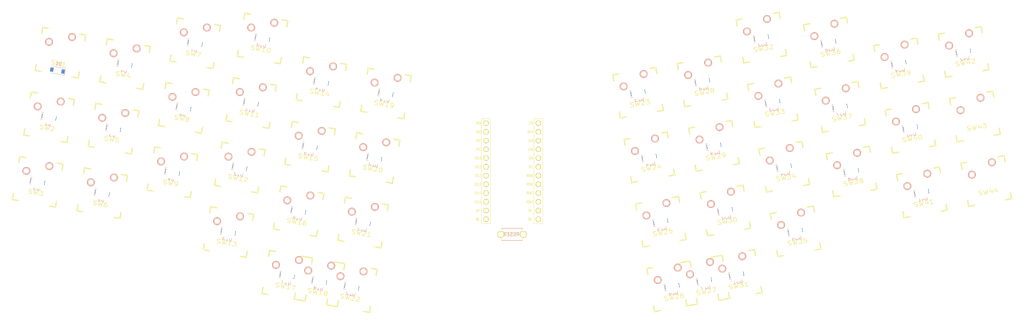
<source format=kicad_pcb>
(kicad_pcb (version 20171130) (host pcbnew "(5.1.0)-1")
  (layers (0 F.Cu signal) (31 B.Cu signal) (34 B.Paste user) (35 F.Paste user) (36 B.SilkS user) (37 F.SilkS user) (38 B.Mask user) (39 F.Mask user) (44 Edge.Cuts user))
  (net 0 "")
  (net 1 "Net-(D1-Pad2)")
  (net 2 row0)
  (net 3 row1)
  (net 4 "Net-(D2-Pad2)")
  (net 5 "Net-(D3-Pad2)")
  (net 6 row2)
  (net 7 "Net-(D4-Pad2)")
  (net 8 "Net-(D5-Pad2)")
  (net 9 "Net-(D6-Pad2)")
  (net 10 "Net-(D7-Pad2)")
  (net 11 "Net-(D8-Pad2)")
  (net 12 "Net-(D9-Pad2)")
  (net 13 "Net-(D10-Pad2)")
  (net 14 "Net-(D11-Pad2)")
  (net 15 "Net-(D12-Pad2)")
  (net 16 row3)
  (net 17 "Net-(D14-Pad2)")
  (net 18 "Net-(D15-Pad2)")
  (net 19 "Net-(D16-Pad2)")
  (net 20 "Net-(D17-Pad2)")
  (net 21 "Net-(D18-Pad2)")
  (net 22 "Net-(D19-Pad2)")
  (net 23 "Net-(D20-Pad2)")
  (net 24 "Net-(D21-Pad2)")
  (net 25 "Net-(D22-Pad2)")
  (net 26 "Net-(D23-Pad2)")
  (net 27 "Net-(D24-Pad2)")
  (net 28 "Net-(D25-Pad2)")
  (net 29 "Net-(D26-Pad2)")
  (net 30 "Net-(D27-Pad2)")
  (net 31 "Net-(D28-Pad2)")
  (net 32 "Net-(D29-Pad2)")
  (net 33 "Net-(D30-Pad2)")
  (net 34 "Net-(D31-Pad2)")
  (net 35 "Net-(D32-Pad2)")
  (net 36 "Net-(D34-Pad2)")
  (net 37 "Net-(D35-Pad2)")
  (net 38 "Net-(D36-Pad2)")
  (net 39 "Net-(D37-Pad2)")
  (net 40 "Net-(D38-Pad2)")
  (net 41 "Net-(D39-Pad2)")
  (net 42 "Net-(D40-Pad2)")
  (net 43 "Net-(D41-Pad2)")
  (net 44 "Net-(D42-Pad2)")
  (net 45 col0)
  (net 46 col1)
  (net 47 col2)
  (net 48 col3)
  (net 49 col4)
  (net 50 col5)
  (net 51 col6)
  (net 52 col7)
  (net 53 col8)
  (net 54 col9)
  (net 55 col10)
  (net 56 col11)
  (net 57 reset)
  (net 58 +5V)
  (net 59 "Net-(U1-Pad1)")
  (net 60 "Net-(U1-Pad2)")
  (net 61 "Net-(U1-Pad5)")
  (net 62 "Net-(U1-Pad6)")
  (net 63 "Net-(U1-Pad7)")
  (net 64 "Net-(U1-Pad8)")
  (net 65 "Net-(U1-Pad9)")
  (net 66 "Net-(U1-Pad10)")
  (net 67 "Net-(U1-Pad11)")
  (net 68 "Net-(U1-Pad12)")
  (net 69 "Net-(U1-Pad13)")
  (net 70 "Net-(U1-Pad14)")
  (net 71 "Net-(U1-Pad15)")
  (net 72 "Net-(U1-Pad16)")
  (net 73 "Net-(U1-Pad17)")
  (net 74 "Net-(U1-Pad18)")
  (net 75 "Net-(U1-Pad19)")
  (net 76 "Net-(U1-Pad20)")
  (net 77 VCC)
  (net 78 "Net-(U1-Pad24)")
  (module Diode_SMD:D_SOD-123 (layer B.Cu) (at 77.39095 63.10339 170)
    (fp_text reference D1 (at 0 2 170) (layer B.SilkS) (effects (justify mirror)))
    (fp_text value D)
    (pad 2 smd rect (at 1.65 0 170) (size 0.9 1.2) (layers B.Cu B.Paste B.Mask) (net 1 "Net-(D1-Pad2)"))
    (pad 1 smd rect (at -1.65 0 170) (size 0.9 1.2) (layers B.Cu B.Paste B.Mask) (net 2 row0))
  )
  (module Diode_SMD:D_SOD-123 (layer B.Cu) (at 74.963374 76.682193 350)
    (fp_text reference D2 (at 0 2 350) (layer B.SilkS) (effects (justify mirror)))
    (fp_text value D)
    (pad 1 smd rect (at -1.65 0 350) (size 0.9 1.2) (layers B.Cu B.Paste B.Mask) (net 3 row1))
    (pad 2 smd rect (at 1.65 0 350) (size 0.9 1.2) (layers B.Cu B.Paste B.Mask) (net 4 "Net-(D2-Pad2)"))
  )
  (module Diode_SMD:D_SOD-123 (layer B.Cu) (at 71.655376 95.442781 350)
    (fp_text reference D3 (at 0 2 350) (layer B.SilkS) (effects (justify mirror)))
    (fp_text value D)
    (pad 2 smd rect (at 1.65 0 350) (size 0.9 1.2) (layers B.Cu B.Paste B.Mask) (net 5 "Net-(D3-Pad2)"))
    (pad 1 smd rect (at -1.65 0 350) (size 0.9 1.2) (layers B.Cu B.Paste B.Mask) (net 6 row2))
  )
  (module Diode_SMD:D_SOD-123 (layer B.Cu) (at 97.03196 61.229603 350)
    (fp_text reference D4 (at 0 2 350) (layer B.SilkS) (effects (justify mirror)))
    (fp_text value D)
    (pad 1 smd rect (at -1.65 0 350) (size 0.9 1.2) (layers B.Cu B.Paste B.Mask) (net 2 row0))
    (pad 2 smd rect (at 1.65 0 350) (size 0.9 1.2) (layers B.Cu B.Paste B.Mask) (net 7 "Net-(D4-Pad2)"))
  )
  (module Diode_SMD:D_SOD-123 (layer B.Cu) (at 93.723962 79.990191 350)
    (fp_text reference D5 (at 0 2 350) (layer B.SilkS) (effects (justify mirror)))
    (fp_text value D)
    (pad 2 smd rect (at 1.65 0 350) (size 0.9 1.2) (layers B.Cu B.Paste B.Mask) (net 8 "Net-(D5-Pad2)"))
    (pad 1 smd rect (at -1.65 0 350) (size 0.9 1.2) (layers B.Cu B.Paste B.Mask) (net 3 row1))
  )
  (module Diode_SMD:D_SOD-123 (layer B.Cu) (at 90.415964 98.750778 350)
    (fp_text reference D6 (at 0 2 350) (layer B.SilkS) (effects (justify mirror)))
    (fp_text value D)
    (pad 1 smd rect (at -1.65 0 350) (size 0.9 1.2) (layers B.Cu B.Paste B.Mask) (net 6 row2))
    (pad 2 smd rect (at 1.65 0 350) (size 0.9 1.2) (layers B.Cu B.Paste B.Mask) (net 9 "Net-(D6-Pad2)"))
  )
  (module Diode_SMD:D_SOD-123 (layer B.Cu) (at 117.446546 55.157307 350)
    (fp_text reference D7 (at 0 2 350) (layer B.SilkS) (effects (justify mirror)))
    (fp_text value D)
    (pad 2 smd rect (at 1.65 0 350) (size 0.9 1.2) (layers B.Cu B.Paste B.Mask) (net 10 "Net-(D7-Pad2)"))
    (pad 1 smd rect (at -1.65 0 350) (size 0.9 1.2) (layers B.Cu B.Paste B.Mask) (net 2 row0))
  )
  (module Diode_SMD:D_SOD-123 (layer B.Cu) (at 114.138548 73.917895 350)
    (fp_text reference D8 (at 0 2 350) (layer B.SilkS) (effects (justify mirror)))
    (fp_text value D)
    (pad 1 smd rect (at -1.65 0 350) (size 0.9 1.2) (layers B.Cu B.Paste B.Mask) (net 3 row1))
    (pad 2 smd rect (at 1.65 0 350) (size 0.9 1.2) (layers B.Cu B.Paste B.Mask) (net 11 "Net-(D8-Pad2)"))
  )
  (module Diode_SMD:D_SOD-123 (layer B.Cu) (at 110.830551 92.678482 350)
    (fp_text reference D9 (at 0 2 350) (layer B.SilkS) (effects (justify mirror)))
    (fp_text value D)
    (pad 2 smd rect (at 1.65 0 350) (size 0.9 1.2) (layers B.Cu B.Paste B.Mask) (net 12 "Net-(D9-Pad2)"))
    (pad 1 smd rect (at -1.65 0 350) (size 0.9 1.2) (layers B.Cu B.Paste B.Mask) (net 6 row2))
  )
  (module Diode_SMD:D_SOD-123 (layer B.Cu) (at 137.034133 53.775158 350)
    (fp_text reference D10 (at 0 2 350) (layer B.SilkS) (effects (justify mirror)))
    (fp_text value D)
    (pad 1 smd rect (at -1.65 0 350) (size 0.9 1.2) (layers B.Cu B.Paste B.Mask) (net 2 row0))
    (pad 2 smd rect (at 1.65 0 350) (size 0.9 1.2) (layers B.Cu B.Paste B.Mask) (net 13 "Net-(D10-Pad2)"))
  )
  (module Diode_SMD:D_SOD-123 (layer B.Cu) (at 133.726135 72.535745 350)
    (fp_text reference D11 (at 0 2 350) (layer B.SilkS) (effects (justify mirror)))
    (fp_text value D)
    (pad 2 smd rect (at 1.65 0 350) (size 0.9 1.2) (layers B.Cu B.Paste B.Mask) (net 14 "Net-(D11-Pad2)"))
    (pad 1 smd rect (at -1.65 0 350) (size 0.9 1.2) (layers B.Cu B.Paste B.Mask) (net 3 row1))
  )
  (module Diode_SMD:D_SOD-123 (layer B.Cu) (at 130.418138 91.296333 350)
    (fp_text reference D12 (at 0 2 350) (layer B.SilkS) (effects (justify mirror)))
    (fp_text value D)
    (pad 1 smd rect (at -1.65 0 350) (size 0.9 1.2) (layers B.Cu B.Paste B.Mask) (net 6 row2))
    (pad 2 smd rect (at 1.65 0 350) (size 0.9 1.2) (layers B.Cu B.Paste B.Mask) (net 15 "Net-(D12-Pad2)"))
  )
  (module Diode_SMD:D_SOD-123 (layer B.Cu) (at 127.11014 110.056921 350)
    (fp_text reference D13 (at 0 2 350) (layer B.SilkS) (effects (justify mirror)))
    (fp_text value D)
    (pad 1 smd rect (at -1.65 0 350) (size 0.9 1.2) (layers B.Cu B.Paste B.Mask) (net 16 row3))
    (pad 2 smd rect (at 1.65 0 350) (size 0.9 1.2) (layers B.Cu B.Paste B.Mask) (net 6 row2))
  )
  (module Diode_SMD:D_SOD-123 (layer B.Cu) (at 154.140722 66.463449 350)
    (fp_text reference D14 (at 0 2 350) (layer B.SilkS) (effects (justify mirror)))
    (fp_text value D)
    (pad 1 smd rect (at -1.65 0 350) (size 0.9 1.2) (layers B.Cu B.Paste B.Mask) (net 2 row0))
    (pad 2 smd rect (at 1.65 0 350) (size 0.9 1.2) (layers B.Cu B.Paste B.Mask) (net 17 "Net-(D14-Pad2)"))
  )
  (module Diode_SMD:D_SOD-123 (layer B.Cu) (at 150.832724 85.224037 350)
    (fp_text reference D15 (at 0 2 350) (layer B.SilkS) (effects (justify mirror)))
    (fp_text value D)
    (pad 1 smd rect (at -1.65 0 350) (size 0.9 1.2) (layers B.Cu B.Paste B.Mask) (net 3 row1))
    (pad 2 smd rect (at 1.65 0 350) (size 0.9 1.2) (layers B.Cu B.Paste B.Mask) (net 18 "Net-(D15-Pad2)"))
  )
  (module Diode_SMD:D_SOD-123 (layer B.Cu) (at 147.524727 103.984625 350)
    (fp_text reference D16 (at 0 2 350) (layer B.SilkS) (effects (justify mirror)))
    (fp_text value D)
    (pad 2 smd rect (at 1.65 0 350) (size 0.9 1.2) (layers B.Cu B.Paste B.Mask) (net 19 "Net-(D16-Pad2)"))
    (pad 1 smd rect (at -1.65 0 350) (size 0.9 1.2) (layers B.Cu B.Paste B.Mask) (net 6 row2))
  )
  (module Diode_SMD:D_SOD-123 (layer B.Cu) (at 144.216729 122.745212 350)
    (fp_text reference D17 (at 0 2 350) (layer B.SilkS) (effects (justify mirror)))
    (fp_text value D)
    (pad 2 smd rect (at 1.65 0 350) (size 0.9 1.2) (layers B.Cu B.Paste B.Mask) (net 20 "Net-(D17-Pad2)"))
    (pad 1 smd rect (at -1.65 0 350) (size 0.9 1.2) (layers B.Cu B.Paste B.Mask) (net 16 row3))
  )
  (module Diode_SMD:D_SOD-123 (layer B.Cu) (at 153.597023 124.399211 350)
    (fp_text reference D18 (at 0 2 350) (layer B.SilkS) (effects (justify mirror)))
    (fp_text value D)
    (pad 1 smd rect (at -1.65 0 350) (size 0.9 1.2) (layers B.Cu B.Paste B.Mask) (net 2 row0))
    (pad 2 smd rect (at 1.65 0 350) (size 0.9 1.2) (layers B.Cu B.Paste B.Mask) (net 21 "Net-(D18-Pad2)"))
  )
  (module Diode_SMD:D_SOD-123 (layer B.Cu) (at 172.90131 69.771447 350)
    (fp_text reference D19 (at 0 2 350) (layer B.SilkS) (effects (justify mirror)))
    (fp_text value D)
    (pad 2 smd rect (at 1.65 0 350) (size 0.9 1.2) (layers B.Cu B.Paste B.Mask) (net 22 "Net-(D19-Pad2)"))
    (pad 1 smd rect (at -1.65 0 350) (size 0.9 1.2) (layers B.Cu B.Paste B.Mask) (net 3 row1))
  )
  (module Diode_SMD:D_SOD-123 (layer B.Cu) (at 169.593312 88.532035 350)
    (fp_text reference D20 (at 0 2 350) (layer B.SilkS) (effects (justify mirror)))
    (fp_text value D)
    (pad 1 smd rect (at -1.65 0 350) (size 0.9 1.2) (layers B.Cu B.Paste B.Mask) (net 6 row2))
    (pad 2 smd rect (at 1.65 0 350) (size 0.9 1.2) (layers B.Cu B.Paste B.Mask) (net 23 "Net-(D20-Pad2)"))
  )
  (module Diode_SMD:D_SOD-123 (layer B.Cu) (at 166.285314 107.292623 350)
    (fp_text reference D21 (at 0 2 350) (layer B.SilkS) (effects (justify mirror)))
    (fp_text value D)
    (pad 2 smd rect (at 1.65 0 350) (size 0.9 1.2) (layers B.Cu B.Paste B.Mask) (net 24 "Net-(D21-Pad2)"))
    (pad 1 smd rect (at -1.65 0 350) (size 0.9 1.2) (layers B.Cu B.Paste B.Mask) (net 16 row3))
  )
  (module Diode_SMD:D_SOD-123 (layer B.Cu) (at 162.977316 126.05321 350)
    (fp_text reference D22 (at 0 2 350) (layer B.SilkS) (effects (justify mirror)))
    (fp_text value D)
    (pad 2 smd rect (at 1.65 0 350) (size 0.9 1.2) (layers B.Cu B.Paste B.Mask) (net 25 "Net-(D22-Pad2)"))
    (pad 1 smd rect (at -1.65 0 350) (size 0.9 1.2) (layers B.Cu B.Paste B.Mask) (net 2 row0))
  )
  (module Diode_SMD:D_SOD-123 (layer B.Cu) (at 246.179395 69.550914 10)
    (fp_text reference D23 (at 0 2 10) (layer B.SilkS) (effects (justify mirror)))
    (fp_text value D)
    (pad 2 smd rect (at 1.65 0 10) (size 0.9 1.2) (layers B.Cu B.Paste B.Mask) (net 26 "Net-(D23-Pad2)"))
    (pad 1 smd rect (at -1.65 0 10) (size 0.9 1.2) (layers B.Cu B.Paste B.Mask) (net 3 row1))
  )
  (module Diode_SMD:D_SOD-123 (layer B.Cu) (at 249.487393 88.311502 10)
    (fp_text reference D24 (at 0 2 10) (layer B.SilkS) (effects (justify mirror)))
    (fp_text value D)
    (pad 1 smd rect (at -1.65 0 10) (size 0.9 1.2) (layers B.Cu B.Paste B.Mask) (net 6 row2))
    (pad 2 smd rect (at 1.65 0 10) (size 0.9 1.2) (layers B.Cu B.Paste B.Mask) (net 27 "Net-(D24-Pad2)"))
  )
  (module Diode_SMD:D_SOD-123 (layer B.Cu) (at 252.795391 107.072089 10)
    (fp_text reference D25 (at 0 2 10) (layer B.SilkS) (effects (justify mirror)))
    (fp_text value D)
    (pad 1 smd rect (at -1.65 0 10) (size 0.9 1.2) (layers B.Cu B.Paste B.Mask) (net 16 row3))
    (pad 2 smd rect (at 1.65 0 10) (size 0.9 1.2) (layers B.Cu B.Paste B.Mask) (net 28 "Net-(D25-Pad2)"))
  )
  (module Diode_SMD:D_SOD-123 (layer B.Cu) (at 256.103388 125.832677 10)
    (fp_text reference D26 (at 0 2 10) (layer B.SilkS) (effects (justify mirror)))
    (fp_text value D)
    (pad 1 smd rect (at -1.65 0 10) (size 0.9 1.2) (layers B.Cu B.Paste B.Mask) (net 2 row0))
    (pad 2 smd rect (at 1.65 0 10) (size 0.9 1.2) (layers B.Cu B.Paste B.Mask) (net 29 "Net-(D26-Pad2)"))
  )
  (module Diode_SMD:D_SOD-123 (layer B.Cu) (at 265.483682 124.178678 10)
    (fp_text reference D27 (at 0 2 10) (layer B.SilkS) (effects (justify mirror)))
    (fp_text value D)
    (pad 2 smd rect (at 1.65 0 10) (size 0.9 1.2) (layers B.Cu B.Paste B.Mask) (net 30 "Net-(D27-Pad2)"))
    (pad 1 smd rect (at -1.65 0 10) (size 0.9 1.2) (layers B.Cu B.Paste B.Mask) (net 3 row1))
  )
  (module Diode_SMD:D_SOD-123 (layer B.Cu) (at 264.939983 66.242916 10)
    (fp_text reference D28 (at 0 2 10) (layer B.SilkS) (effects (justify mirror)))
    (fp_text value D)
    (pad 2 smd rect (at 1.65 0 10) (size 0.9 1.2) (layers B.Cu B.Paste B.Mask) (net 31 "Net-(D28-Pad2)"))
    (pad 1 smd rect (at -1.65 0 10) (size 0.9 1.2) (layers B.Cu B.Paste B.Mask) (net 6 row2))
  )
  (module Diode_SMD:D_SOD-123 (layer B.Cu) (at 268.247981 85.003504 10)
    (fp_text reference D29 (at 0 2 10) (layer B.SilkS) (effects (justify mirror)))
    (fp_text value D)
    (pad 1 smd rect (at -1.65 0 10) (size 0.9 1.2) (layers B.Cu B.Paste B.Mask) (net 16 row3))
    (pad 2 smd rect (at 1.65 0 10) (size 0.9 1.2) (layers B.Cu B.Paste B.Mask) (net 32 "Net-(D29-Pad2)"))
  )
  (module Diode_SMD:D_SOD-123 (layer B.Cu) (at 271.555978 103.764092 10)
    (fp_text reference D30 (at 0 2 10) (layer B.SilkS) (effects (justify mirror)))
    (fp_text value D)
    (pad 2 smd rect (at 1.65 0 10) (size 0.9 1.2) (layers B.Cu B.Paste B.Mask) (net 33 "Net-(D30-Pad2)"))
    (pad 1 smd rect (at -1.65 0 10) (size 0.9 1.2) (layers B.Cu B.Paste B.Mask) (net 2 row0))
  )
  (module Diode_SMD:D_SOD-123 (layer B.Cu) (at 274.863976 122.524679 10)
    (fp_text reference D31 (at 0 2 10) (layer B.SilkS) (effects (justify mirror)))
    (fp_text value D)
    (pad 2 smd rect (at 1.65 0 10) (size 0.9 1.2) (layers B.Cu B.Paste B.Mask) (net 34 "Net-(D31-Pad2)"))
    (pad 1 smd rect (at -1.65 0 10) (size 0.9 1.2) (layers B.Cu B.Paste B.Mask) (net 3 row1))
  )
  (module Diode_SMD:D_SOD-123 (layer B.Cu) (at 282.046572 53.554625 10)
    (fp_text reference D32 (at 0 2 10) (layer B.SilkS) (effects (justify mirror)))
    (fp_text value D)
    (pad 1 smd rect (at -1.65 0 10) (size 0.9 1.2) (layers B.Cu B.Paste B.Mask) (net 6 row2))
    (pad 2 smd rect (at 1.65 0 10) (size 0.9 1.2) (layers B.Cu B.Paste B.Mask) (net 35 "Net-(D32-Pad2)"))
  )
  (module Diode_SMD:D_SOD-123 (layer B.Cu) (at 285.354569 72.315212 10)
    (fp_text reference D33 (at 0 2 10) (layer B.SilkS) (effects (justify mirror)))
    (fp_text value D)
    (pad 2 smd rect (at 1.65 0 10) (size 0.9 1.2) (layers B.Cu B.Paste B.Mask) (net 6 row2))
    (pad 1 smd rect (at -1.65 0 10) (size 0.9 1.2) (layers B.Cu B.Paste B.Mask) (net 16 row3))
  )
  (module Diode_SMD:D_SOD-123 (layer B.Cu) (at 288.662567 91.0758 10)
    (fp_text reference D34 (at 0 2 10) (layer B.SilkS) (effects (justify mirror)))
    (fp_text value D)
    (pad 2 smd rect (at 1.65 0 10) (size 0.9 1.2) (layers B.Cu B.Paste B.Mask) (net 36 "Net-(D34-Pad2)"))
    (pad 1 smd rect (at -1.65 0 10) (size 0.9 1.2) (layers B.Cu B.Paste B.Mask) (net 2 row0))
  )
  (module Diode_SMD:D_SOD-123 (layer B.Cu) (at 291.970565 109.836388 10)
    (fp_text reference D35 (at 0 2 10) (layer B.SilkS) (effects (justify mirror)))
    (fp_text value D)
    (pad 1 smd rect (at -1.65 0 10) (size 0.9 1.2) (layers B.Cu B.Paste B.Mask) (net 3 row1))
    (pad 2 smd rect (at 1.65 0 10) (size 0.9 1.2) (layers B.Cu B.Paste B.Mask) (net 37 "Net-(D35-Pad2)"))
  )
  (module Diode_SMD:D_SOD-123 (layer B.Cu) (at 301.634159 54.936774 10)
    (fp_text reference D36 (at 0 2 10) (layer B.SilkS) (effects (justify mirror)))
    (fp_text value D)
    (pad 2 smd rect (at 1.65 0 10) (size 0.9 1.2) (layers B.Cu B.Paste B.Mask) (net 38 "Net-(D36-Pad2)"))
    (pad 1 smd rect (at -1.65 0 10) (size 0.9 1.2) (layers B.Cu B.Paste B.Mask) (net 6 row2))
  )
  (module Diode_SMD:D_SOD-123 (layer B.Cu) (at 304.942156 73.697361 10)
    (fp_text reference D37 (at 0 2 10) (layer B.SilkS) (effects (justify mirror)))
    (fp_text value D)
    (pad 1 smd rect (at -1.65 0 10) (size 0.9 1.2) (layers B.Cu B.Paste B.Mask) (net 2 row0))
    (pad 2 smd rect (at 1.65 0 10) (size 0.9 1.2) (layers B.Cu B.Paste B.Mask) (net 39 "Net-(D37-Pad2)"))
  )
  (module Diode_SMD:D_SOD-123 (layer B.Cu) (at 308.250154 92.457949 10)
    (fp_text reference D38 (at 0 2 10) (layer B.SilkS) (effects (justify mirror)))
    (fp_text value D)
    (pad 1 smd rect (at -1.65 0 10) (size 0.9 1.2) (layers B.Cu B.Paste B.Mask) (net 3 row1))
    (pad 2 smd rect (at 1.65 0 10) (size 0.9 1.2) (layers B.Cu B.Paste B.Mask) (net 40 "Net-(D38-Pad2)"))
  )
  (module Diode_SMD:D_SOD-123 (layer B.Cu) (at 322.048745 61.00907 10)
    (fp_text reference D39 (at 0 2 10) (layer B.SilkS) (effects (justify mirror)))
    (fp_text value D)
    (pad 1 smd rect (at -1.65 0 10) (size 0.9 1.2) (layers B.Cu B.Paste B.Mask) (net 6 row2))
    (pad 2 smd rect (at 1.65 0 10) (size 0.9 1.2) (layers B.Cu B.Paste B.Mask) (net 41 "Net-(D39-Pad2)"))
  )
  (module Diode_SMD:D_SOD-123 (layer B.Cu) (at 325.356743 79.769657 10)
    (fp_text reference D40 (at 0 2 10) (layer B.SilkS) (effects (justify mirror)))
    (fp_text value D)
    (pad 2 smd rect (at 1.65 0 10) (size 0.9 1.2) (layers B.Cu B.Paste B.Mask) (net 42 "Net-(D40-Pad2)"))
    (pad 1 smd rect (at -1.65 0 10) (size 0.9 1.2) (layers B.Cu B.Paste B.Mask) (net 2 row0))
  )
  (module Diode_SMD:D_SOD-123 (layer B.Cu) (at 328.664741 98.530245 10)
    (fp_text reference D41 (at 0 2 10) (layer B.SilkS) (effects (justify mirror)))
    (fp_text value D)
    (pad 1 smd rect (at -1.65 0 10) (size 0.9 1.2) (layers B.Cu B.Paste B.Mask) (net 3 row1))
    (pad 2 smd rect (at 1.65 0 10) (size 0.9 1.2) (layers B.Cu B.Paste B.Mask) (net 43 "Net-(D41-Pad2)"))
  )
  (module Diode_SMD:D_SOD-123 (layer B.Cu) (at 340.809333 57.701072 10)
    (fp_text reference D42 (at 0 2 10) (layer B.SilkS) (effects (justify mirror)))
    (fp_text value D)
    (pad 2 smd rect (at 1.65 0 10) (size 0.9 1.2) (layers B.Cu B.Paste B.Mask) (net 44 "Net-(D42-Pad2)"))
    (pad 1 smd rect (at -1.65 0 10) (size 0.9 1.2) (layers B.Cu B.Paste B.Mask) (net 6 row2))
  )
  (module Keebio-Parts:MX_PCB_100H (layer F.Cu) (at 78.271372 57.921605 350)
    (fp_text reference SW1 (at 0 3.175 350) (layer F.SilkS) (effects (font (size 1.27 1.524) (thickness 0.2032))))
    (fp_text value SW_PUSH hide)
    (pad HOLE np_thru_hole circle (at 5.08 0 350) (size 1.8 1.8) (drill 1.8) (layers *.Cu))
    (pad HOLE np_thru_hole circle (at -5.08 0 350) (size 1.8 1.8) (drill 1.8) (layers *.Cu))
    (pad HOLE np_thru_hole circle (at 0 0 350) (size 3.9878 3.9878) (drill 3.9878) (layers *.Cu))
    (pad 2 thru_hole circle (at -3.81 -2.54 350) (size 2.286 2.286) (drill 1.4986) (layers *.Cu *.SilkS *.Mask) (net 1 "Net-(D1-Pad2)"))
    (pad 1 thru_hole circle (at 2.54 -5.08 350) (size 2.286 2.286) (drill 1.4986) (layers *.Cu *.SilkS *.Mask) (net 45 col0))
  )
  (module Keebio-Parts:MX_PCB_100H (layer F.Cu) (at 74.963374 76.682193 350)
    (fp_text reference SW2 (at 0 3.175 350) (layer F.SilkS) (effects (font (size 1.27 1.524) (thickness 0.2032))))
    (fp_text value SW_PUSH hide)
    (pad HOLE np_thru_hole circle (at 5.08 0 350) (size 1.8 1.8) (drill 1.8) (layers *.Cu))
    (pad HOLE np_thru_hole circle (at -5.08 0 350) (size 1.8 1.8) (drill 1.8) (layers *.Cu))
    (pad HOLE np_thru_hole circle (at 0 0 350) (size 3.9878 3.9878) (drill 3.9878) (layers *.Cu))
    (pad 2 thru_hole circle (at -3.81 -2.54 350) (size 2.286 2.286) (drill 1.4986) (layers *.Cu *.SilkS *.Mask) (net 4 "Net-(D2-Pad2)"))
    (pad 1 thru_hole circle (at 2.54 -5.08 350) (size 2.286 2.286) (drill 1.4986) (layers *.Cu *.SilkS *.Mask) (net 45 col0))
  )
  (module Keebio-Parts:MX_PCB_100H (layer F.Cu) (at 71.655376 95.442781 350)
    (fp_text reference SW3 (at 0 3.175 350) (layer F.SilkS) (effects (font (size 1.27 1.524) (thickness 0.2032))))
    (fp_text value SW_PUSH hide)
    (pad 1 thru_hole circle (at 2.54 -5.08 350) (size 2.286 2.286) (drill 1.4986) (layers *.Cu *.SilkS *.Mask) (net 45 col0))
    (pad 2 thru_hole circle (at -3.81 -2.54 350) (size 2.286 2.286) (drill 1.4986) (layers *.Cu *.SilkS *.Mask) (net 5 "Net-(D3-Pad2)"))
    (pad HOLE np_thru_hole circle (at 0 0 350) (size 3.9878 3.9878) (drill 3.9878) (layers *.Cu))
    (pad HOLE np_thru_hole circle (at -5.08 0 350) (size 1.8 1.8) (drill 1.8) (layers *.Cu))
    (pad HOLE np_thru_hole circle (at 5.08 0 350) (size 1.8 1.8) (drill 1.8) (layers *.Cu))
  )
  (module Keebio-Parts:MX_PCB_100H (layer F.Cu) (at 97.03196 61.229603 350)
    (fp_text reference SW4 (at 0 3.175 350) (layer F.SilkS) (effects (font (size 1.27 1.524) (thickness 0.2032))))
    (fp_text value SW_PUSH hide)
    (pad 1 thru_hole circle (at 2.54 -5.08 350) (size 2.286 2.286) (drill 1.4986) (layers *.Cu *.SilkS *.Mask) (net 46 col1))
    (pad 2 thru_hole circle (at -3.81 -2.54 350) (size 2.286 2.286) (drill 1.4986) (layers *.Cu *.SilkS *.Mask) (net 7 "Net-(D4-Pad2)"))
    (pad HOLE np_thru_hole circle (at 0 0 350) (size 3.9878 3.9878) (drill 3.9878) (layers *.Cu))
    (pad HOLE np_thru_hole circle (at -5.08 0 350) (size 1.8 1.8) (drill 1.8) (layers *.Cu))
    (pad HOLE np_thru_hole circle (at 5.08 0 350) (size 1.8 1.8) (drill 1.8) (layers *.Cu))
  )
  (module Keebio-Parts:MX_PCB_100H (layer F.Cu) (at 93.723962 79.990191 350)
    (fp_text reference SW5 (at 0 3.175 350) (layer F.SilkS) (effects (font (size 1.27 1.524) (thickness 0.2032))))
    (fp_text value SW_PUSH hide)
    (pad 1 thru_hole circle (at 2.54 -5.08 350) (size 2.286 2.286) (drill 1.4986) (layers *.Cu *.SilkS *.Mask) (net 46 col1))
    (pad 2 thru_hole circle (at -3.81 -2.54 350) (size 2.286 2.286) (drill 1.4986) (layers *.Cu *.SilkS *.Mask) (net 8 "Net-(D5-Pad2)"))
    (pad HOLE np_thru_hole circle (at 0 0 350) (size 3.9878 3.9878) (drill 3.9878) (layers *.Cu))
    (pad HOLE np_thru_hole circle (at -5.08 0 350) (size 1.8 1.8) (drill 1.8) (layers *.Cu))
    (pad HOLE np_thru_hole circle (at 5.08 0 350) (size 1.8 1.8) (drill 1.8) (layers *.Cu))
  )
  (module Keebio-Parts:MX_PCB_100H (layer F.Cu) (at 90.415964 98.750778 350)
    (fp_text reference SW6 (at 0 3.175 350) (layer F.SilkS) (effects (font (size 1.27 1.524) (thickness 0.2032))))
    (fp_text value SW_PUSH hide)
    (pad 1 thru_hole circle (at 2.54 -5.08 350) (size 2.286 2.286) (drill 1.4986) (layers *.Cu *.SilkS *.Mask) (net 46 col1))
    (pad 2 thru_hole circle (at -3.81 -2.54 350) (size 2.286 2.286) (drill 1.4986) (layers *.Cu *.SilkS *.Mask) (net 9 "Net-(D6-Pad2)"))
    (pad HOLE np_thru_hole circle (at 0 0 350) (size 3.9878 3.9878) (drill 3.9878) (layers *.Cu))
    (pad HOLE np_thru_hole circle (at -5.08 0 350) (size 1.8 1.8) (drill 1.8) (layers *.Cu))
    (pad HOLE np_thru_hole circle (at 5.08 0 350) (size 1.8 1.8) (drill 1.8) (layers *.Cu))
  )
  (module Keebio-Parts:MX_PCB_100H (layer F.Cu) (at 117.446546 55.157307 350)
    (fp_text reference SW7 (at 0 3.175 350) (layer F.SilkS) (effects (font (size 1.27 1.524) (thickness 0.2032))))
    (fp_text value SW_PUSH hide)
    (pad HOLE np_thru_hole circle (at 5.08 0 350) (size 1.8 1.8) (drill 1.8) (layers *.Cu))
    (pad HOLE np_thru_hole circle (at -5.08 0 350) (size 1.8 1.8) (drill 1.8) (layers *.Cu))
    (pad HOLE np_thru_hole circle (at 0 0 350) (size 3.9878 3.9878) (drill 3.9878) (layers *.Cu))
    (pad 2 thru_hole circle (at -3.81 -2.54 350) (size 2.286 2.286) (drill 1.4986) (layers *.Cu *.SilkS *.Mask) (net 10 "Net-(D7-Pad2)"))
    (pad 1 thru_hole circle (at 2.54 -5.08 350) (size 2.286 2.286) (drill 1.4986) (layers *.Cu *.SilkS *.Mask) (net 47 col2))
  )
  (module Keebio-Parts:MX_PCB_100H (layer F.Cu) (at 114.138548 73.917895 350)
    (fp_text reference SW8 (at 0 3.175 350) (layer F.SilkS) (effects (font (size 1.27 1.524) (thickness 0.2032))))
    (fp_text value SW_PUSH hide)
    (pad HOLE np_thru_hole circle (at 5.08 0 350) (size 1.8 1.8) (drill 1.8) (layers *.Cu))
    (pad HOLE np_thru_hole circle (at -5.08 0 350) (size 1.8 1.8) (drill 1.8) (layers *.Cu))
    (pad HOLE np_thru_hole circle (at 0 0 350) (size 3.9878 3.9878) (drill 3.9878) (layers *.Cu))
    (pad 2 thru_hole circle (at -3.81 -2.54 350) (size 2.286 2.286) (drill 1.4986) (layers *.Cu *.SilkS *.Mask) (net 11 "Net-(D8-Pad2)"))
    (pad 1 thru_hole circle (at 2.54 -5.08 350) (size 2.286 2.286) (drill 1.4986) (layers *.Cu *.SilkS *.Mask) (net 47 col2))
  )
  (module Keebio-Parts:MX_PCB_100H (layer F.Cu) (at 110.830551 92.678482 350)
    (fp_text reference SW9 (at 0 3.175 350) (layer F.SilkS) (effects (font (size 1.27 1.524) (thickness 0.2032))))
    (fp_text value SW_PUSH hide)
    (pad HOLE np_thru_hole circle (at 5.08 0 350) (size 1.8 1.8) (drill 1.8) (layers *.Cu))
    (pad HOLE np_thru_hole circle (at -5.08 0 350) (size 1.8 1.8) (drill 1.8) (layers *.Cu))
    (pad HOLE np_thru_hole circle (at 0 0 350) (size 3.9878 3.9878) (drill 3.9878) (layers *.Cu))
    (pad 2 thru_hole circle (at -3.81 -2.54 350) (size 2.286 2.286) (drill 1.4986) (layers *.Cu *.SilkS *.Mask) (net 12 "Net-(D9-Pad2)"))
    (pad 1 thru_hole circle (at 2.54 -5.08 350) (size 2.286 2.286) (drill 1.4986) (layers *.Cu *.SilkS *.Mask) (net 47 col2))
  )
  (module Keebio-Parts:MX_PCB_100H (layer F.Cu) (at 137.034133 53.775158 350)
    (fp_text reference SW10 (at 0 3.175 350) (layer F.SilkS) (effects (font (size 1.27 1.524) (thickness 0.2032))))
    (fp_text value SW_PUSH hide)
    (pad 1 thru_hole circle (at 2.54 -5.08 350) (size 2.286 2.286) (drill 1.4986) (layers *.Cu *.SilkS *.Mask) (net 48 col3))
    (pad 2 thru_hole circle (at -3.81 -2.54 350) (size 2.286 2.286) (drill 1.4986) (layers *.Cu *.SilkS *.Mask) (net 13 "Net-(D10-Pad2)"))
    (pad HOLE np_thru_hole circle (at 0 0 350) (size 3.9878 3.9878) (drill 3.9878) (layers *.Cu))
    (pad HOLE np_thru_hole circle (at -5.08 0 350) (size 1.8 1.8) (drill 1.8) (layers *.Cu))
    (pad HOLE np_thru_hole circle (at 5.08 0 350) (size 1.8 1.8) (drill 1.8) (layers *.Cu))
  )
  (module Keebio-Parts:MX_PCB_100H (layer F.Cu) (at 133.726135 72.535745 350)
    (fp_text reference SW11 (at 0 3.175 350) (layer F.SilkS) (effects (font (size 1.27 1.524) (thickness 0.2032))))
    (fp_text value SW_PUSH hide)
    (pad 1 thru_hole circle (at 2.54 -5.08 350) (size 2.286 2.286) (drill 1.4986) (layers *.Cu *.SilkS *.Mask) (net 48 col3))
    (pad 2 thru_hole circle (at -3.81 -2.54 350) (size 2.286 2.286) (drill 1.4986) (layers *.Cu *.SilkS *.Mask) (net 14 "Net-(D11-Pad2)"))
    (pad HOLE np_thru_hole circle (at 0 0 350) (size 3.9878 3.9878) (drill 3.9878) (layers *.Cu))
    (pad HOLE np_thru_hole circle (at -5.08 0 350) (size 1.8 1.8) (drill 1.8) (layers *.Cu))
    (pad HOLE np_thru_hole circle (at 5.08 0 350) (size 1.8 1.8) (drill 1.8) (layers *.Cu))
  )
  (module Keebio-Parts:MX_PCB_100H (layer F.Cu) (at 130.418138 91.296333 350)
    (fp_text reference SW12 (at 0 3.175 350) (layer F.SilkS) (effects (font (size 1.27 1.524) (thickness 0.2032))))
    (fp_text value SW_PUSH hide)
    (pad 1 thru_hole circle (at 2.54 -5.08 350) (size 2.286 2.286) (drill 1.4986) (layers *.Cu *.SilkS *.Mask) (net 48 col3))
    (pad 2 thru_hole circle (at -3.81 -2.54 350) (size 2.286 2.286) (drill 1.4986) (layers *.Cu *.SilkS *.Mask) (net 15 "Net-(D12-Pad2)"))
    (pad HOLE np_thru_hole circle (at 0 0 350) (size 3.9878 3.9878) (drill 3.9878) (layers *.Cu))
    (pad HOLE np_thru_hole circle (at -5.08 0 350) (size 1.8 1.8) (drill 1.8) (layers *.Cu))
    (pad HOLE np_thru_hole circle (at 5.08 0 350) (size 1.8 1.8) (drill 1.8) (layers *.Cu))
  )
  (module Keebio-Parts:MX_PCB_100H (layer F.Cu) (at 127.11014 110.056921 350)
    (fp_text reference SW13 (at 0 3.175 350) (layer F.SilkS) (effects (font (size 1.27 1.524) (thickness 0.2032))))
    (fp_text value SW_PUSH hide)
    (pad HOLE np_thru_hole circle (at 5.08 0 350) (size 1.8 1.8) (drill 1.8) (layers *.Cu))
    (pad HOLE np_thru_hole circle (at -5.08 0 350) (size 1.8 1.8) (drill 1.8) (layers *.Cu))
    (pad HOLE np_thru_hole circle (at 0 0 350) (size 3.9878 3.9878) (drill 3.9878) (layers *.Cu))
    (pad 2 thru_hole circle (at -3.81 -2.54 350) (size 2.286 2.286) (drill 1.4986) (layers *.Cu *.SilkS *.Mask) (net 6 row2))
    (pad 1 thru_hole circle (at 2.54 -5.08 350) (size 2.286 2.286) (drill 1.4986) (layers *.Cu *.SilkS *.Mask) (net 48 col3))
  )
  (module Keebio-Parts:MX_PCB_100H (layer F.Cu) (at 154.140722 66.463449 350)
    (fp_text reference SW14 (at 0 3.175 350) (layer F.SilkS) (effects (font (size 1.27 1.524) (thickness 0.2032))))
    (fp_text value SW_PUSH hide)
    (pad HOLE np_thru_hole circle (at 5.08 0 350) (size 1.8 1.8) (drill 1.8) (layers *.Cu))
    (pad HOLE np_thru_hole circle (at -5.08 0 350) (size 1.8 1.8) (drill 1.8) (layers *.Cu))
    (pad HOLE np_thru_hole circle (at 0 0 350) (size 3.9878 3.9878) (drill 3.9878) (layers *.Cu))
    (pad 2 thru_hole circle (at -3.81 -2.54 350) (size 2.286 2.286) (drill 1.4986) (layers *.Cu *.SilkS *.Mask) (net 17 "Net-(D14-Pad2)"))
    (pad 1 thru_hole circle (at 2.54 -5.08 350) (size 2.286 2.286) (drill 1.4986) (layers *.Cu *.SilkS *.Mask) (net 49 col4))
  )
  (module Keebio-Parts:MX_PCB_100H (layer F.Cu) (at 150.832724 85.224037 350)
    (fp_text reference SW15 (at 0 3.175 350) (layer F.SilkS) (effects (font (size 1.27 1.524) (thickness 0.2032))))
    (fp_text value SW_PUSH hide)
    (pad HOLE np_thru_hole circle (at 5.08 0 350) (size 1.8 1.8) (drill 1.8) (layers *.Cu))
    (pad HOLE np_thru_hole circle (at -5.08 0 350) (size 1.8 1.8) (drill 1.8) (layers *.Cu))
    (pad HOLE np_thru_hole circle (at 0 0 350) (size 3.9878 3.9878) (drill 3.9878) (layers *.Cu))
    (pad 2 thru_hole circle (at -3.81 -2.54 350) (size 2.286 2.286) (drill 1.4986) (layers *.Cu *.SilkS *.Mask) (net 18 "Net-(D15-Pad2)"))
    (pad 1 thru_hole circle (at 2.54 -5.08 350) (size 2.286 2.286) (drill 1.4986) (layers *.Cu *.SilkS *.Mask) (net 49 col4))
  )
  (module Keebio-Parts:MX_PCB_100H (layer F.Cu) (at 147.524727 103.984625 350)
    (fp_text reference SW16 (at 0 3.175 350) (layer F.SilkS) (effects (font (size 1.27 1.524) (thickness 0.2032))))
    (fp_text value SW_PUSH hide)
    (pad HOLE np_thru_hole circle (at 5.08 0 350) (size 1.8 1.8) (drill 1.8) (layers *.Cu))
    (pad HOLE np_thru_hole circle (at -5.08 0 350) (size 1.8 1.8) (drill 1.8) (layers *.Cu))
    (pad HOLE np_thru_hole circle (at 0 0 350) (size 3.9878 3.9878) (drill 3.9878) (layers *.Cu))
    (pad 2 thru_hole circle (at -3.81 -2.54 350) (size 2.286 2.286) (drill 1.4986) (layers *.Cu *.SilkS *.Mask) (net 19 "Net-(D16-Pad2)"))
    (pad 1 thru_hole circle (at 2.54 -5.08 350) (size 2.286 2.286) (drill 1.4986) (layers *.Cu *.SilkS *.Mask) (net 49 col4))
  )
  (module Keebio-Parts:MX_PCB_100H (layer F.Cu) (at 144.216729 122.745212 350)
    (fp_text reference SW17 (at 0 3.175 350) (layer F.SilkS) (effects (font (size 1.27 1.524) (thickness 0.2032))))
    (fp_text value SW_PUSH hide)
    (pad HOLE np_thru_hole circle (at 5.08 0 350) (size 1.8 1.8) (drill 1.8) (layers *.Cu))
    (pad HOLE np_thru_hole circle (at -5.08 0 350) (size 1.8 1.8) (drill 1.8) (layers *.Cu))
    (pad HOLE np_thru_hole circle (at 0 0 350) (size 3.9878 3.9878) (drill 3.9878) (layers *.Cu))
    (pad 2 thru_hole circle (at -3.81 -2.54 350) (size 2.286 2.286) (drill 1.4986) (layers *.Cu *.SilkS *.Mask) (net 20 "Net-(D17-Pad2)"))
    (pad 1 thru_hole circle (at 2.54 -5.08 350) (size 2.286 2.286) (drill 1.4986) (layers *.Cu *.SilkS *.Mask) (net 49 col4))
  )
  (module Keebio-Parts:MX_PCB_100H (layer F.Cu) (at 153.597023 124.399211 350)
    (fp_text reference SW18 (at 0 3.175 350) (layer F.SilkS) (effects (font (size 1.27 1.524) (thickness 0.2032))))
    (fp_text value SW_PUSH hide)
    (pad 1 thru_hole circle (at 2.54 -5.08 350) (size 2.286 2.286) (drill 1.4986) (layers *.Cu *.SilkS *.Mask) (net 50 col5))
    (pad 2 thru_hole circle (at -3.81 -2.54 350) (size 2.286 2.286) (drill 1.4986) (layers *.Cu *.SilkS *.Mask) (net 21 "Net-(D18-Pad2)"))
    (pad HOLE np_thru_hole circle (at 0 0 350) (size 3.9878 3.9878) (drill 3.9878) (layers *.Cu))
    (pad HOLE np_thru_hole circle (at -5.08 0 350) (size 1.8 1.8) (drill 1.8) (layers *.Cu))
    (pad HOLE np_thru_hole circle (at 5.08 0 350) (size 1.8 1.8) (drill 1.8) (layers *.Cu))
  )
  (module Keebio-Parts:MX_PCB_100H (layer F.Cu) (at 172.90131 69.771447 350)
    (fp_text reference SW19 (at 0 3.175 350) (layer F.SilkS) (effects (font (size 1.27 1.524) (thickness 0.2032))))
    (fp_text value SW_PUSH hide)
    (pad HOLE np_thru_hole circle (at 5.08 0 350) (size 1.8 1.8) (drill 1.8) (layers *.Cu))
    (pad HOLE np_thru_hole circle (at -5.08 0 350) (size 1.8 1.8) (drill 1.8) (layers *.Cu))
    (pad HOLE np_thru_hole circle (at 0 0 350) (size 3.9878 3.9878) (drill 3.9878) (layers *.Cu))
    (pad 2 thru_hole circle (at -3.81 -2.54 350) (size 2.286 2.286) (drill 1.4986) (layers *.Cu *.SilkS *.Mask) (net 22 "Net-(D19-Pad2)"))
    (pad 1 thru_hole circle (at 2.54 -5.08 350) (size 2.286 2.286) (drill 1.4986) (layers *.Cu *.SilkS *.Mask) (net 50 col5))
  )
  (module Keebio-Parts:MX_PCB_100H (layer F.Cu) (at 169.593312 88.532035 350)
    (fp_text reference SW20 (at 0 3.175 350) (layer F.SilkS) (effects (font (size 1.27 1.524) (thickness 0.2032))))
    (fp_text value SW_PUSH hide)
    (pad 1 thru_hole circle (at 2.54 -5.08 350) (size 2.286 2.286) (drill 1.4986) (layers *.Cu *.SilkS *.Mask) (net 50 col5))
    (pad 2 thru_hole circle (at -3.81 -2.54 350) (size 2.286 2.286) (drill 1.4986) (layers *.Cu *.SilkS *.Mask) (net 23 "Net-(D20-Pad2)"))
    (pad HOLE np_thru_hole circle (at 0 0 350) (size 3.9878 3.9878) (drill 3.9878) (layers *.Cu))
    (pad HOLE np_thru_hole circle (at -5.08 0 350) (size 1.8 1.8) (drill 1.8) (layers *.Cu))
    (pad HOLE np_thru_hole circle (at 5.08 0 350) (size 1.8 1.8) (drill 1.8) (layers *.Cu))
  )
  (module Keebio-Parts:MX_PCB_100H (layer F.Cu) (at 166.285314 107.292623 350)
    (fp_text reference SW21 (at 0 3.175 350) (layer F.SilkS) (effects (font (size 1.27 1.524) (thickness 0.2032))))
    (fp_text value SW_PUSH hide)
    (pad 1 thru_hole circle (at 2.54 -5.08 350) (size 2.286 2.286) (drill 1.4986) (layers *.Cu *.SilkS *.Mask) (net 50 col5))
    (pad 2 thru_hole circle (at -3.81 -2.54 350) (size 2.286 2.286) (drill 1.4986) (layers *.Cu *.SilkS *.Mask) (net 24 "Net-(D21-Pad2)"))
    (pad HOLE np_thru_hole circle (at 0 0 350) (size 3.9878 3.9878) (drill 3.9878) (layers *.Cu))
    (pad HOLE np_thru_hole circle (at -5.08 0 350) (size 1.8 1.8) (drill 1.8) (layers *.Cu))
    (pad HOLE np_thru_hole circle (at 5.08 0 350) (size 1.8 1.8) (drill 1.8) (layers *.Cu))
  )
  (module Keebio-Parts:MX_PCB_100H (layer F.Cu) (at 162.977316 126.05321 350)
    (fp_text reference SW22 (at 0 3.175 350) (layer F.SilkS) (effects (font (size 1.27 1.524) (thickness 0.2032))))
    (fp_text value SW_PUSH hide)
    (pad 1 thru_hole circle (at 2.54 -5.08 350) (size 2.286 2.286) (drill 1.4986) (layers *.Cu *.SilkS *.Mask) (net 50 col5))
    (pad 2 thru_hole circle (at -3.81 -2.54 350) (size 2.286 2.286) (drill 1.4986) (layers *.Cu *.SilkS *.Mask) (net 24 "Net-(D21-Pad2)"))
    (pad HOLE np_thru_hole circle (at 0 0 350) (size 3.9878 3.9878) (drill 3.9878) (layers *.Cu))
    (pad HOLE np_thru_hole circle (at -5.08 0 350) (size 1.8 1.8) (drill 1.8) (layers *.Cu))
    (pad HOLE np_thru_hole circle (at 5.08 0 350) (size 1.8 1.8) (drill 1.8) (layers *.Cu))
  )
  (module Keebio-Parts:MX_PCB_100H (layer F.Cu) (at 246.179395 69.550914 10)
    (fp_text reference SW23 (at 0 3.175 10) (layer F.SilkS) (effects (font (size 1.27 1.524) (thickness 0.2032))))
    (fp_text value SW_PUSH hide)
    (pad HOLE np_thru_hole circle (at 5.08 0 10) (size 1.8 1.8) (drill 1.8) (layers *.Cu))
    (pad HOLE np_thru_hole circle (at -5.08 0 10) (size 1.8 1.8) (drill 1.8) (layers *.Cu))
    (pad HOLE np_thru_hole circle (at 0 0 10) (size 3.9878 3.9878) (drill 3.9878) (layers *.Cu))
    (pad 2 thru_hole circle (at -3.81 -2.54 10) (size 2.286 2.286) (drill 1.4986) (layers *.Cu *.SilkS *.Mask) (net 25 "Net-(D22-Pad2)"))
    (pad 1 thru_hole circle (at 2.54 -5.08 10) (size 2.286 2.286) (drill 1.4986) (layers *.Cu *.SilkS *.Mask) (net 51 col6))
  )
  (module Keebio-Parts:MX_PCB_100H (layer F.Cu) (at 249.487393 88.311502 10)
    (fp_text reference SW24 (at 0 3.175 10) (layer F.SilkS) (effects (font (size 1.27 1.524) (thickness 0.2032))))
    (fp_text value SW_PUSH hide)
    (pad HOLE np_thru_hole circle (at 5.08 0 10) (size 1.8 1.8) (drill 1.8) (layers *.Cu))
    (pad HOLE np_thru_hole circle (at -5.08 0 10) (size 1.8 1.8) (drill 1.8) (layers *.Cu))
    (pad HOLE np_thru_hole circle (at 0 0 10) (size 3.9878 3.9878) (drill 3.9878) (layers *.Cu))
    (pad 2 thru_hole circle (at -3.81 -2.54 10) (size 2.286 2.286) (drill 1.4986) (layers *.Cu *.SilkS *.Mask) (net 26 "Net-(D23-Pad2)"))
    (pad 1 thru_hole circle (at 2.54 -5.08 10) (size 2.286 2.286) (drill 1.4986) (layers *.Cu *.SilkS *.Mask) (net 51 col6))
  )
  (module Keebio-Parts:MX_PCB_100H (layer F.Cu) (at 252.795391 107.072089 10)
    (fp_text reference SW25 (at 0 3.175 10) (layer F.SilkS) (effects (font (size 1.27 1.524) (thickness 0.2032))))
    (fp_text value SW_PUSH hide)
    (pad HOLE np_thru_hole circle (at 5.08 0 10) (size 1.8 1.8) (drill 1.8) (layers *.Cu))
    (pad HOLE np_thru_hole circle (at -5.08 0 10) (size 1.8 1.8) (drill 1.8) (layers *.Cu))
    (pad HOLE np_thru_hole circle (at 0 0 10) (size 3.9878 3.9878) (drill 3.9878) (layers *.Cu))
    (pad 2 thru_hole circle (at -3.81 -2.54 10) (size 2.286 2.286) (drill 1.4986) (layers *.Cu *.SilkS *.Mask) (net 27 "Net-(D24-Pad2)"))
    (pad 1 thru_hole circle (at 2.54 -5.08 10) (size 2.286 2.286) (drill 1.4986) (layers *.Cu *.SilkS *.Mask) (net 51 col6))
  )
  (module Keebio-Parts:MX_PCB_100H (layer F.Cu) (at 256.103388 125.832677 10)
    (fp_text reference SW26 (at 0 3.175 10) (layer F.SilkS) (effects (font (size 1.27 1.524) (thickness 0.2032))))
    (fp_text value SW_PUSH hide)
    (pad HOLE np_thru_hole circle (at 5.08 0 10) (size 1.8 1.8) (drill 1.8) (layers *.Cu))
    (pad HOLE np_thru_hole circle (at -5.08 0 10) (size 1.8 1.8) (drill 1.8) (layers *.Cu))
    (pad HOLE np_thru_hole circle (at 0 0 10) (size 3.9878 3.9878) (drill 3.9878) (layers *.Cu))
    (pad 2 thru_hole circle (at -3.81 -2.54 10) (size 2.286 2.286) (drill 1.4986) (layers *.Cu *.SilkS *.Mask) (net 28 "Net-(D25-Pad2)"))
    (pad 1 thru_hole circle (at 2.54 -5.08 10) (size 2.286 2.286) (drill 1.4986) (layers *.Cu *.SilkS *.Mask) (net 51 col6))
  )
  (module Keebio-Parts:MX_PCB_100H (layer F.Cu) (at 265.483682 124.178678 10)
    (fp_text reference SW27 (at 0 3.175 10) (layer F.SilkS) (effects (font (size 1.27 1.524) (thickness 0.2032))))
    (fp_text value SW_PUSH hide)
    (pad HOLE np_thru_hole circle (at 5.08 0 10) (size 1.8 1.8) (drill 1.8) (layers *.Cu))
    (pad HOLE np_thru_hole circle (at -5.08 0 10) (size 1.8 1.8) (drill 1.8) (layers *.Cu))
    (pad HOLE np_thru_hole circle (at 0 0 10) (size 3.9878 3.9878) (drill 3.9878) (layers *.Cu))
    (pad 2 thru_hole circle (at -3.81 -2.54 10) (size 2.286 2.286) (drill 1.4986) (layers *.Cu *.SilkS *.Mask) (net 28 "Net-(D25-Pad2)"))
    (pad 1 thru_hole circle (at 2.54 -5.08 10) (size 2.286 2.286) (drill 1.4986) (layers *.Cu *.SilkS *.Mask) (net 51 col6))
  )
  (module Keebio-Parts:MX_PCB_100H (layer F.Cu) (at 264.939983 66.242916 10)
    (fp_text reference SW28 (at 0 3.175 10) (layer F.SilkS) (effects (font (size 1.27 1.524) (thickness 0.2032))))
    (fp_text value SW_PUSH hide)
    (pad 1 thru_hole circle (at 2.54 -5.08 10) (size 2.286 2.286) (drill 1.4986) (layers *.Cu *.SilkS *.Mask) (net 52 col7))
    (pad 2 thru_hole circle (at -3.81 -2.54 10) (size 2.286 2.286) (drill 1.4986) (layers *.Cu *.SilkS *.Mask) (net 29 "Net-(D26-Pad2)"))
    (pad HOLE np_thru_hole circle (at 0 0 10) (size 3.9878 3.9878) (drill 3.9878) (layers *.Cu))
    (pad HOLE np_thru_hole circle (at -5.08 0 10) (size 1.8 1.8) (drill 1.8) (layers *.Cu))
    (pad HOLE np_thru_hole circle (at 5.08 0 10) (size 1.8 1.8) (drill 1.8) (layers *.Cu))
  )
  (module Keebio-Parts:MX_PCB_100H (layer F.Cu) (at 268.247981 85.003504 10)
    (fp_text reference SW29 (at 0 3.175 10) (layer F.SilkS) (effects (font (size 1.27 1.524) (thickness 0.2032))))
    (fp_text value SW_PUSH hide)
    (pad 1 thru_hole circle (at 2.54 -5.08 10) (size 2.286 2.286) (drill 1.4986) (layers *.Cu *.SilkS *.Mask) (net 52 col7))
    (pad 2 thru_hole circle (at -3.81 -2.54 10) (size 2.286 2.286) (drill 1.4986) (layers *.Cu *.SilkS *.Mask) (net 30 "Net-(D27-Pad2)"))
    (pad HOLE np_thru_hole circle (at 0 0 10) (size 3.9878 3.9878) (drill 3.9878) (layers *.Cu))
    (pad HOLE np_thru_hole circle (at -5.08 0 10) (size 1.8 1.8) (drill 1.8) (layers *.Cu))
    (pad HOLE np_thru_hole circle (at 5.08 0 10) (size 1.8 1.8) (drill 1.8) (layers *.Cu))
  )
  (module Keebio-Parts:MX_PCB_100H (layer F.Cu) (at 271.555978 103.764092 10)
    (fp_text reference SW30 (at 0 3.175 10) (layer F.SilkS) (effects (font (size 1.27 1.524) (thickness 0.2032))))
    (fp_text value SW_PUSH hide)
    (pad HOLE np_thru_hole circle (at 5.08 0 10) (size 1.8 1.8) (drill 1.8) (layers *.Cu))
    (pad HOLE np_thru_hole circle (at -5.08 0 10) (size 1.8 1.8) (drill 1.8) (layers *.Cu))
    (pad HOLE np_thru_hole circle (at 0 0 10) (size 3.9878 3.9878) (drill 3.9878) (layers *.Cu))
    (pad 2 thru_hole circle (at -3.81 -2.54 10) (size 2.286 2.286) (drill 1.4986) (layers *.Cu *.SilkS *.Mask) (net 31 "Net-(D28-Pad2)"))
    (pad 1 thru_hole circle (at 2.54 -5.08 10) (size 2.286 2.286) (drill 1.4986) (layers *.Cu *.SilkS *.Mask) (net 52 col7))
  )
  (module Keebio-Parts:MX_PCB_100H (layer F.Cu) (at 274.863976 122.524679 10)
    (fp_text reference SW31 (at 0 3.175 10) (layer F.SilkS) (effects (font (size 1.27 1.524) (thickness 0.2032))))
    (fp_text value SW_PUSH hide)
    (pad 1 thru_hole circle (at 2.54 -5.08 10) (size 2.286 2.286) (drill 1.4986) (layers *.Cu *.SilkS *.Mask) (net 52 col7))
    (pad 2 thru_hole circle (at -3.81 -2.54 10) (size 2.286 2.286) (drill 1.4986) (layers *.Cu *.SilkS *.Mask) (net 32 "Net-(D29-Pad2)"))
    (pad HOLE np_thru_hole circle (at 0 0 10) (size 3.9878 3.9878) (drill 3.9878) (layers *.Cu))
    (pad HOLE np_thru_hole circle (at -5.08 0 10) (size 1.8 1.8) (drill 1.8) (layers *.Cu))
    (pad HOLE np_thru_hole circle (at 5.08 0 10) (size 1.8 1.8) (drill 1.8) (layers *.Cu))
  )
  (module Keebio-Parts:MX_PCB_100H (layer F.Cu) (at 282.046572 53.554625 10)
    (fp_text reference SW32 (at 0 3.175 10) (layer F.SilkS) (effects (font (size 1.27 1.524) (thickness 0.2032))))
    (fp_text value SW_PUSH hide)
    (pad 1 thru_hole circle (at 2.54 -5.08 10) (size 2.286 2.286) (drill 1.4986) (layers *.Cu *.SilkS *.Mask) (net 53 col8))
    (pad 2 thru_hole circle (at -3.81 -2.54 10) (size 2.286 2.286) (drill 1.4986) (layers *.Cu *.SilkS *.Mask) (net 33 "Net-(D30-Pad2)"))
    (pad HOLE np_thru_hole circle (at 0 0 10) (size 3.9878 3.9878) (drill 3.9878) (layers *.Cu))
    (pad HOLE np_thru_hole circle (at -5.08 0 10) (size 1.8 1.8) (drill 1.8) (layers *.Cu))
    (pad HOLE np_thru_hole circle (at 5.08 0 10) (size 1.8 1.8) (drill 1.8) (layers *.Cu))
  )
  (module Keebio-Parts:MX_PCB_100H (layer F.Cu) (at 285.354569 72.315212 10)
    (fp_text reference SW33 (at 0 3.175 10) (layer F.SilkS) (effects (font (size 1.27 1.524) (thickness 0.2032))))
    (fp_text value SW_PUSH hide)
    (pad HOLE np_thru_hole circle (at 5.08 0 10) (size 1.8 1.8) (drill 1.8) (layers *.Cu))
    (pad HOLE np_thru_hole circle (at -5.08 0 10) (size 1.8 1.8) (drill 1.8) (layers *.Cu))
    (pad HOLE np_thru_hole circle (at 0 0 10) (size 3.9878 3.9878) (drill 3.9878) (layers *.Cu))
    (pad 2 thru_hole circle (at -3.81 -2.54 10) (size 2.286 2.286) (drill 1.4986) (layers *.Cu *.SilkS *.Mask) (net 34 "Net-(D31-Pad2)"))
    (pad 1 thru_hole circle (at 2.54 -5.08 10) (size 2.286 2.286) (drill 1.4986) (layers *.Cu *.SilkS *.Mask) (net 53 col8))
  )
  (module Keebio-Parts:MX_PCB_100H (layer F.Cu) (at 288.662567 91.0758 10)
    (fp_text reference SW34 (at 0 3.175 10) (layer F.SilkS) (effects (font (size 1.27 1.524) (thickness 0.2032))))
    (fp_text value SW_PUSH hide)
    (pad 1 thru_hole circle (at 2.54 -5.08 10) (size 2.286 2.286) (drill 1.4986) (layers *.Cu *.SilkS *.Mask) (net 53 col8))
    (pad 2 thru_hole circle (at -3.81 -2.54 10) (size 2.286 2.286) (drill 1.4986) (layers *.Cu *.SilkS *.Mask) (net 35 "Net-(D32-Pad2)"))
    (pad HOLE np_thru_hole circle (at 0 0 10) (size 3.9878 3.9878) (drill 3.9878) (layers *.Cu))
    (pad HOLE np_thru_hole circle (at -5.08 0 10) (size 1.8 1.8) (drill 1.8) (layers *.Cu))
    (pad HOLE np_thru_hole circle (at 5.08 0 10) (size 1.8 1.8) (drill 1.8) (layers *.Cu))
  )
  (module Keebio-Parts:MX_PCB_100H (layer F.Cu) (at 291.970565 109.836388 10)
    (fp_text reference SW35 (at 0 3.175 10) (layer F.SilkS) (effects (font (size 1.27 1.524) (thickness 0.2032))))
    (fp_text value SW_PUSH hide)
    (pad 1 thru_hole circle (at 2.54 -5.08 10) (size 2.286 2.286) (drill 1.4986) (layers *.Cu *.SilkS *.Mask) (net 53 col8))
    (pad 2 thru_hole circle (at -3.81 -2.54 10) (size 2.286 2.286) (drill 1.4986) (layers *.Cu *.SilkS *.Mask) (net 6 row2))
    (pad HOLE np_thru_hole circle (at 0 0 10) (size 3.9878 3.9878) (drill 3.9878) (layers *.Cu))
    (pad HOLE np_thru_hole circle (at -5.08 0 10) (size 1.8 1.8) (drill 1.8) (layers *.Cu))
    (pad HOLE np_thru_hole circle (at 5.08 0 10) (size 1.8 1.8) (drill 1.8) (layers *.Cu))
  )
  (module Keebio-Parts:MX_PCB_100H (layer F.Cu) (at 301.634159 54.936774 10)
    (fp_text reference SW36 (at 0 3.175 10) (layer F.SilkS) (effects (font (size 1.27 1.524) (thickness 0.2032))))
    (fp_text value SW_PUSH hide)
    (pad HOLE np_thru_hole circle (at 5.08 0 10) (size 1.8 1.8) (drill 1.8) (layers *.Cu))
    (pad HOLE np_thru_hole circle (at -5.08 0 10) (size 1.8 1.8) (drill 1.8) (layers *.Cu))
    (pad HOLE np_thru_hole circle (at 0 0 10) (size 3.9878 3.9878) (drill 3.9878) (layers *.Cu))
    (pad 2 thru_hole circle (at -3.81 -2.54 10) (size 2.286 2.286) (drill 1.4986) (layers *.Cu *.SilkS *.Mask) (net 36 "Net-(D34-Pad2)"))
    (pad 1 thru_hole circle (at 2.54 -5.08 10) (size 2.286 2.286) (drill 1.4986) (layers *.Cu *.SilkS *.Mask) (net 54 col9))
  )
  (module Keebio-Parts:MX_PCB_100H (layer F.Cu) (at 304.942156 73.697361 10)
    (fp_text reference SW37 (at 0 3.175 10) (layer F.SilkS) (effects (font (size 1.27 1.524) (thickness 0.2032))))
    (fp_text value SW_PUSH hide)
    (pad 1 thru_hole circle (at 2.54 -5.08 10) (size 2.286 2.286) (drill 1.4986) (layers *.Cu *.SilkS *.Mask) (net 54 col9))
    (pad 2 thru_hole circle (at -3.81 -2.54 10) (size 2.286 2.286) (drill 1.4986) (layers *.Cu *.SilkS *.Mask) (net 37 "Net-(D35-Pad2)"))
    (pad HOLE np_thru_hole circle (at 0 0 10) (size 3.9878 3.9878) (drill 3.9878) (layers *.Cu))
    (pad HOLE np_thru_hole circle (at -5.08 0 10) (size 1.8 1.8) (drill 1.8) (layers *.Cu))
    (pad HOLE np_thru_hole circle (at 5.08 0 10) (size 1.8 1.8) (drill 1.8) (layers *.Cu))
  )
  (module Keebio-Parts:MX_PCB_100H (layer F.Cu) (at 308.250154 92.457949 10)
    (fp_text reference SW38 (at 0 3.175 10) (layer F.SilkS) (effects (font (size 1.27 1.524) (thickness 0.2032))))
    (fp_text value SW_PUSH hide)
    (pad HOLE np_thru_hole circle (at 5.08 0 10) (size 1.8 1.8) (drill 1.8) (layers *.Cu))
    (pad HOLE np_thru_hole circle (at -5.08 0 10) (size 1.8 1.8) (drill 1.8) (layers *.Cu))
    (pad HOLE np_thru_hole circle (at 0 0 10) (size 3.9878 3.9878) (drill 3.9878) (layers *.Cu))
    (pad 2 thru_hole circle (at -3.81 -2.54 10) (size 2.286 2.286) (drill 1.4986) (layers *.Cu *.SilkS *.Mask) (net 38 "Net-(D36-Pad2)"))
    (pad 1 thru_hole circle (at 2.54 -5.08 10) (size 2.286 2.286) (drill 1.4986) (layers *.Cu *.SilkS *.Mask) (net 54 col9))
  )
  (module Keebio-Parts:MX_PCB_100H (layer F.Cu) (at 322.048745 61.00907 10)
    (fp_text reference SW39 (at 0 3.175 10) (layer F.SilkS) (effects (font (size 1.27 1.524) (thickness 0.2032))))
    (fp_text value SW_PUSH hide)
    (pad 1 thru_hole circle (at 2.54 -5.08 10) (size 2.286 2.286) (drill 1.4986) (layers *.Cu *.SilkS *.Mask) (net 55 col10))
    (pad 2 thru_hole circle (at -3.81 -2.54 10) (size 2.286 2.286) (drill 1.4986) (layers *.Cu *.SilkS *.Mask) (net 39 "Net-(D37-Pad2)"))
    (pad HOLE np_thru_hole circle (at 0 0 10) (size 3.9878 3.9878) (drill 3.9878) (layers *.Cu))
    (pad HOLE np_thru_hole circle (at -5.08 0 10) (size 1.8 1.8) (drill 1.8) (layers *.Cu))
    (pad HOLE np_thru_hole circle (at 5.08 0 10) (size 1.8 1.8) (drill 1.8) (layers *.Cu))
  )
  (module Keebio-Parts:MX_PCB_100H (layer F.Cu) (at 325.356743 79.769657 10)
    (fp_text reference SW40 (at 0 3.175 10) (layer F.SilkS) (effects (font (size 1.27 1.524) (thickness 0.2032))))
    (fp_text value SW_PUSH hide)
    (pad HOLE np_thru_hole circle (at 5.08 0 10) (size 1.8 1.8) (drill 1.8) (layers *.Cu))
    (pad HOLE np_thru_hole circle (at -5.08 0 10) (size 1.8 1.8) (drill 1.8) (layers *.Cu))
    (pad HOLE np_thru_hole circle (at 0 0 10) (size 3.9878 3.9878) (drill 3.9878) (layers *.Cu))
    (pad 2 thru_hole circle (at -3.81 -2.54 10) (size 2.286 2.286) (drill 1.4986) (layers *.Cu *.SilkS *.Mask) (net 40 "Net-(D38-Pad2)"))
    (pad 1 thru_hole circle (at 2.54 -5.08 10) (size 2.286 2.286) (drill 1.4986) (layers *.Cu *.SilkS *.Mask) (net 55 col10))
  )
  (module Keebio-Parts:MX_PCB_100H (layer F.Cu) (at 328.664741 98.530245 10)
    (fp_text reference SW41 (at 0 3.175 10) (layer F.SilkS) (effects (font (size 1.27 1.524) (thickness 0.2032))))
    (fp_text value SW_PUSH hide)
    (pad 1 thru_hole circle (at 2.54 -5.08 10) (size 2.286 2.286) (drill 1.4986) (layers *.Cu *.SilkS *.Mask) (net 55 col10))
    (pad 2 thru_hole circle (at -3.81 -2.54 10) (size 2.286 2.286) (drill 1.4986) (layers *.Cu *.SilkS *.Mask) (net 41 "Net-(D39-Pad2)"))
    (pad HOLE np_thru_hole circle (at 0 0 10) (size 3.9878 3.9878) (drill 3.9878) (layers *.Cu))
    (pad HOLE np_thru_hole circle (at -5.08 0 10) (size 1.8 1.8) (drill 1.8) (layers *.Cu))
    (pad HOLE np_thru_hole circle (at 5.08 0 10) (size 1.8 1.8) (drill 1.8) (layers *.Cu))
  )
  (module Keebio-Parts:MX_PCB_100H (layer F.Cu) (at 340.809333 57.701072 10)
    (fp_text reference SW42 (at 0 3.175 10) (layer F.SilkS) (effects (font (size 1.27 1.524) (thickness 0.2032))))
    (fp_text value SW_PUSH hide)
    (pad 1 thru_hole circle (at 2.54 -5.08 10) (size 2.286 2.286) (drill 1.4986) (layers *.Cu *.SilkS *.Mask) (net 56 col11))
    (pad 2 thru_hole circle (at -3.81 -2.54 10) (size 2.286 2.286) (drill 1.4986) (layers *.Cu *.SilkS *.Mask) (net 42 "Net-(D40-Pad2)"))
    (pad HOLE np_thru_hole circle (at 0 0 10) (size 3.9878 3.9878) (drill 3.9878) (layers *.Cu))
    (pad HOLE np_thru_hole circle (at -5.08 0 10) (size 1.8 1.8) (drill 1.8) (layers *.Cu))
    (pad HOLE np_thru_hole circle (at 5.08 0 10) (size 1.8 1.8) (drill 1.8) (layers *.Cu))
  )
  (module Keebio-Parts:MX_PCB_100H (layer F.Cu) (at 344.117331 76.46166 10)
    (fp_text reference SW43 (at 0 3.175 10) (layer F.SilkS) (effects (font (size 1.27 1.524) (thickness 0.2032))))
    (fp_text value SW_PUSH hide)
    (pad 1 thru_hole circle (at 2.54 -5.08 10) (size 2.286 2.286) (drill 1.4986) (layers *.Cu *.SilkS *.Mask) (net 56 col11))
    (pad 2 thru_hole circle (at -3.81 -2.54 10) (size 2.286 2.286) (drill 1.4986) (layers *.Cu *.SilkS *.Mask) (net 43 "Net-(D41-Pad2)"))
    (pad HOLE np_thru_hole circle (at 0 0 10) (size 3.9878 3.9878) (drill 3.9878) (layers *.Cu))
    (pad HOLE np_thru_hole circle (at -5.08 0 10) (size 1.8 1.8) (drill 1.8) (layers *.Cu))
    (pad HOLE np_thru_hole circle (at 5.08 0 10) (size 1.8 1.8) (drill 1.8) (layers *.Cu))
  )
  (module Keebio-Parts:MX_PCB_100H (layer F.Cu) (at 347.425329 95.222247 10)
    (fp_text reference SW44 (at 0 3.175 10) (layer F.SilkS) (effects (font (size 1.27 1.524) (thickness 0.2032))))
    (fp_text value SW_PUSH hide)
    (pad HOLE np_thru_hole circle (at 5.08 0 10) (size 1.8 1.8) (drill 1.8) (layers *.Cu))
    (pad HOLE np_thru_hole circle (at -5.08 0 10) (size 1.8 1.8) (drill 1.8) (layers *.Cu))
    (pad HOLE np_thru_hole circle (at 0 0 10) (size 3.9878 3.9878) (drill 3.9878) (layers *.Cu))
    (pad 2 thru_hole circle (at -3.81 -2.54 10) (size 2.286 2.286) (drill 1.4986) (layers *.Cu *.SilkS *.Mask) (net 44 "Net-(D42-Pad2)"))
    (pad 1 thru_hole circle (at 2.54 -5.08 10) (size 2.286 2.286) (drill 1.4986) (layers *.Cu *.SilkS *.Mask) (net 56 col11))
  )
  (module kbd:ResetSW (layer F.Cu) (at 209.55088 110.72859 180)
    (fp_text reference SW45 hide)
    (fp_text value SW_PUSH)
    (fp_text user RESET (at 0.127 0 180) (layer B.SilkS) (effects (justify mirror)))
    (fp_text user RESET (at 0 0 180) (layer F.SilkS))
    (pad 1 thru_hole circle (at 3.25 0 180) (size 2 2) (drill 1.3) (layers *.Cu *.Mask F.SilkS) (net 57 reset))
    (pad 2 thru_hole circle (at -3.25 0 180) (size 2 2) (drill 1.3) (layers *.Cu *.Mask F.SilkS) (net 58 +5V))
  )
  (module emptystring:ProMicro_v2_Backside (layer F.Cu) (at 209.55088 92.86914)
    (fp_text reference U1 hide)
    (fp_text value ProMicro hide)
    (fp_text user "" (at 0.0508 -7.493) (layer B.SilkS) (effects (justify mirror)))
    (fp_text user "" (at -0.5 -17.25) (layer F.SilkS))
    (fp_text user "" (at -1.2065 -16.256) (layer B.SilkS) (effects (justify mirror)))
    (fp_text user RAW (at -9.7155 -14.478) (layer F.SilkS) (effects (font (size 0.75 0.5) (thickness 0.125))))
    (fp_text user LED (at 5.5 -14.478) (layer F.SilkS) (effects (font (size 0.75 0.5) (thickness 0.125))))
    (fp_text user GND (at -9.7155 -11.938) (layer F.SilkS) (effects (font (size 0.75 0.5) (thickness 0.125))))
    (fp_text user DATA (at 5.35 -11.95) (layer F.SilkS) (effects (font (size 0.75 0.5) (thickness 0.125))))
    (fp_text user RST (at -9.7155 -9.3345) (layer F.SilkS) (effects (font (size 0.75 0.5) (thickness 0.125))))
    (fp_text user GND (at 5.5245 -9.3345) (layer F.SilkS) (effects (font (size 0.75 0.5) (thickness 0.125))))
    (fp_text user VCC (at -9.7155 -6.858) (layer F.SilkS) (effects (font (size 0.75 0.5) (thickness 0.125))))
    (fp_text user GND (at 5.461 -6.7945) (layer F.SilkS) (effects (font (size 0.75 0.5) (thickness 0.125))))
    (fp_text user COL3 (at -10 3.35) (layer F.SilkS) (effects (font (size 0.75 0.5) (thickness 0.125))))
    (fp_text user ROW0 (at 5.2 0.8) (layer F.SilkS) (effects (font (size 0.75 0.5) (thickness 0.125))))
    (fp_text user COL2 (at -9.9 0.762) (layer F.SilkS) (effects (font (size 0.75 0.5) (thickness 0.125))))
    (fp_text user SCL (at 5.461 -1.778) (layer F.SilkS) (effects (font (size 0.75 0.5) (thickness 0.125))))
    (fp_text user COL1 (at -9.85 -1.778) (layer F.SilkS) (effects (font (size 0.75 0.5) (thickness 0.125))))
    (fp_text user SDA (at 5.461 -4.318) (layer F.SilkS) (effects (font (size 0.75 0.5) (thickness 0.125))))
    (fp_text user COL0 (at -9.9 -4.3) (layer F.SilkS) (effects (font (size 0.75 0.5) (thickness 0.125))))
    (fp_text user B6 (at -10.05 13.5) (layer F.SilkS) (effects (font (size 0.75 0.5) (thickness 0.125))))
    (fp_text user B5 (at 5.2 13.5255) (layer F.SilkS) (effects (font (size 0.75 0.5) (thickness 0.125))))
    (fp_text user B4 (at 5.2 10.922) (layer F.SilkS) (effects (font (size 0.75 0.5) (thickness 0.125))))
    (fp_text user B2 (at -9.95 10.95) (layer F.SilkS) (effects (font (size 0.75 0.5) (thickness 0.125))))
    (fp_text user ROW3 (at 5.2 8.4455) (layer F.SilkS) (effects (font (size 0.75 0.5) (thickness 0.125))))
    (fp_text user COL5 (at -9.95 8.4455) (layer F.SilkS) (effects (font (size 0.75 0.5) (thickness 0.125))))
    (fp_text user ROW2 (at 5.2 5.85) (layer F.SilkS) (effects (font (size 0.75 0.5) (thickness 0.125))))
    (fp_text user COL4 (at -9.95 5.85) (layer F.SilkS) (effects (font (size 0.75 0.5) (thickness 0.125))))
    (fp_text user ROW1 (at 5.25 3.302) (layer F.SilkS) (effects (font (size 0.75 0.5) (thickness 0.125))))
    (pad 1 thru_hole circle (at 7.6564 -14.478) (size 1.524 1.524) (drill 0.8128) (layers *.Cu *.Mask F.SilkS) (net 59 "Net-(U1-Pad1)"))
    (pad 2 thru_hole circle (at 7.6564 -11.938) (size 1.524 1.524) (drill 0.8128) (layers *.Cu *.Mask F.SilkS) (net 60 "Net-(U1-Pad2)"))
    (pad 3 thru_hole circle (at 7.6564 -9.398) (size 1.524 1.524) (drill 0.8128) (layers *.Cu *.Mask F.SilkS) (net 58 +5V))
    (pad 4 thru_hole circle (at 7.6564 -6.858) (size 1.524 1.524) (drill 0.8128) (layers *.Cu *.Mask F.SilkS) (net 58 +5V))
    (pad 5 thru_hole circle (at 7.6564 -4.318) (size 1.524 1.524) (drill 0.8128) (layers *.Cu *.Mask F.SilkS) (net 61 "Net-(U1-Pad5)"))
    (pad 6 thru_hole circle (at 7.6564 -1.778) (size 1.524 1.524) (drill 0.8128) (layers *.Cu *.Mask F.SilkS) (net 62 "Net-(U1-Pad6)"))
    (pad 7 thru_hole circle (at 7.6564 0.762) (size 1.524 1.524) (drill 0.8128) (layers *.Cu *.Mask F.SilkS) (net 63 "Net-(U1-Pad7)"))
    (pad 8 thru_hole circle (at 7.6564 3.302) (size 1.524 1.524) (drill 0.8128) (layers *.Cu *.Mask F.SilkS) (net 64 "Net-(U1-Pad8)"))
    (pad 9 thru_hole circle (at 7.6564 5.842) (size 1.524 1.524) (drill 0.8128) (layers *.Cu *.Mask F.SilkS) (net 65 "Net-(U1-Pad9)"))
    (pad 10 thru_hole circle (at 7.6564 8.382) (size 1.524 1.524) (drill 0.8128) (layers *.Cu *.Mask F.SilkS) (net 66 "Net-(U1-Pad10)"))
    (pad 11 thru_hole circle (at 7.6564 10.922) (size 1.524 1.524) (drill 0.8128) (layers *.Cu *.Mask F.SilkS) (net 67 "Net-(U1-Pad11)"))
    (pad 12 thru_hole circle (at 7.6564 13.462) (size 1.524 1.524) (drill 0.8128) (layers *.Cu *.Mask F.SilkS) (net 68 "Net-(U1-Pad12)"))
    (pad 13 thru_hole circle (at -7.5636 13.462) (size 1.524 1.524) (drill 0.8128) (layers *.Cu *.Mask F.SilkS) (net 69 "Net-(U1-Pad13)"))
    (pad 14 thru_hole circle (at -7.5636 10.922) (size 1.524 1.524) (drill 0.8128) (layers *.Cu *.Mask F.SilkS) (net 70 "Net-(U1-Pad14)"))
    (pad 15 thru_hole circle (at -7.5636 8.382) (size 1.524 1.524) (drill 0.8128) (layers *.Cu *.Mask F.SilkS) (net 71 "Net-(U1-Pad15)"))
    (pad 16 thru_hole circle (at -7.5636 5.842) (size 1.524 1.524) (drill 0.8128) (layers *.Cu *.Mask F.SilkS) (net 72 "Net-(U1-Pad16)"))
    (pad 17 thru_hole circle (at -7.5636 3.302) (size 1.524 1.524) (drill 0.8128) (layers *.Cu *.Mask F.SilkS) (net 73 "Net-(U1-Pad17)"))
    (pad 18 thru_hole circle (at -7.5636 0.762) (size 1.524 1.524) (drill 0.8128) (layers *.Cu *.Mask F.SilkS) (net 74 "Net-(U1-Pad18)"))
    (pad 19 thru_hole circle (at -7.5636 -1.778) (size 1.524 1.524) (drill 0.8128) (layers *.Cu *.Mask F.SilkS) (net 75 "Net-(U1-Pad19)"))
    (pad 20 thru_hole circle (at -7.5636 -4.318) (size 1.524 1.524) (drill 0.8128) (layers *.Cu *.Mask F.SilkS) (net 76 "Net-(U1-Pad20)"))
    (pad 21 thru_hole circle (at -7.5636 -6.858) (size 1.524 1.524) (drill 0.8128) (layers *.Cu *.Mask F.SilkS) (net 77 VCC))
    (pad 22 thru_hole circle (at -7.5636 -9.398) (size 1.524 1.524) (drill 0.8128) (layers *.Cu *.Mask F.SilkS) (net 57 reset))
    (pad 23 thru_hole circle (at -7.5636 -11.938) (size 1.524 1.524) (drill 0.8128) (layers *.Cu *.Mask F.SilkS) (net 58 +5V))
    (pad 24 thru_hole circle (at -7.5636 -14.478) (size 1.524 1.524) (drill 0.8128) (layers *.Cu *.Mask F.SilkS) (net 78 "Net-(U1-Pad24)"))
  )
)
</source>
